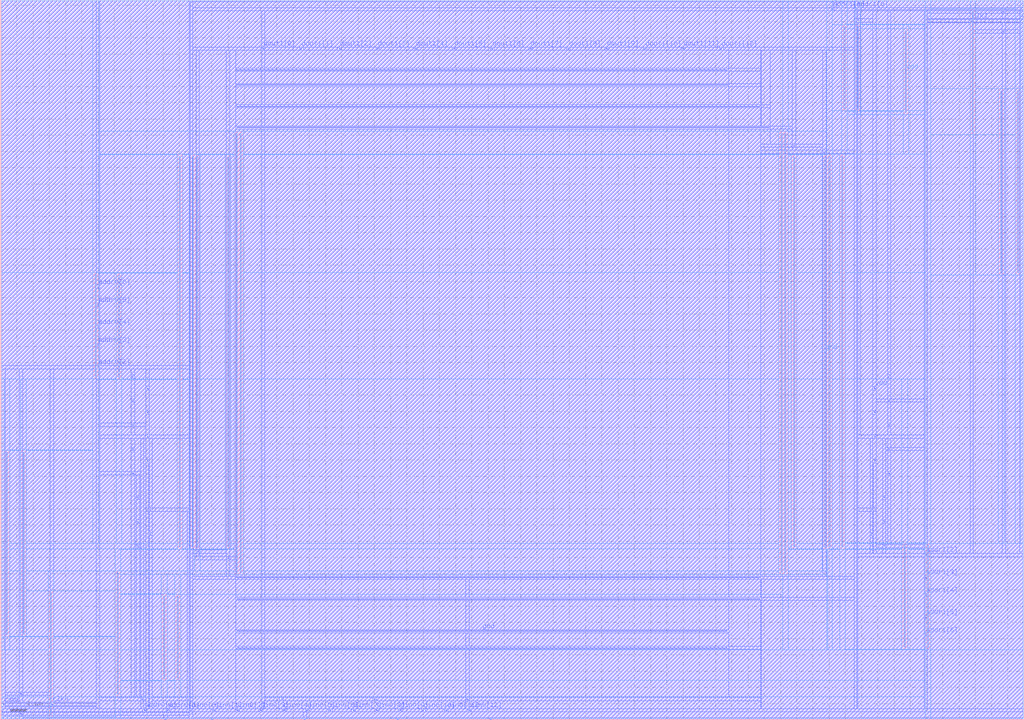
<source format=lef>
VERSION 5.4 ;
NAMESCASESENSITIVE ON ;
BUSBITCHARS "[]" ;
DIVIDERCHAR "/" ;
UNITS
  DATABASE MICRONS 2000 ;
END UNITS
MACRO freepdk45_sram_1w1r_13x128
   CLASS BLOCK ;
   SIZE 126.005 BY 88.705 ;
   SYMMETRY X Y R90 ;
   PIN din0[0]
      DIRECTION INPUT ;
      PORT
         LAYER metal3 ;
         RECT  23.36 1.105 23.495 1.24 ;
      END
   END din0[0]
   PIN din0[1]
      DIRECTION INPUT ;
      PORT
         LAYER metal3 ;
         RECT  26.22 1.105 26.355 1.24 ;
      END
   END din0[1]
   PIN din0[2]
      DIRECTION INPUT ;
      PORT
         LAYER metal3 ;
         RECT  29.08 1.105 29.215 1.24 ;
      END
   END din0[2]
   PIN din0[3]
      DIRECTION INPUT ;
      PORT
         LAYER metal3 ;
         RECT  31.94 1.105 32.075 1.24 ;
      END
   END din0[3]
   PIN din0[4]
      DIRECTION INPUT ;
      PORT
         LAYER metal3 ;
         RECT  34.8 1.105 34.935 1.24 ;
      END
   END din0[4]
   PIN din0[5]
      DIRECTION INPUT ;
      PORT
         LAYER metal3 ;
         RECT  37.66 1.105 37.795 1.24 ;
      END
   END din0[5]
   PIN din0[6]
      DIRECTION INPUT ;
      PORT
         LAYER metal3 ;
         RECT  40.52 1.105 40.655 1.24 ;
      END
   END din0[6]
   PIN din0[7]
      DIRECTION INPUT ;
      PORT
         LAYER metal3 ;
         RECT  43.38 1.105 43.515 1.24 ;
      END
   END din0[7]
   PIN din0[8]
      DIRECTION INPUT ;
      PORT
         LAYER metal3 ;
         RECT  46.24 1.105 46.375 1.24 ;
      END
   END din0[8]
   PIN din0[9]
      DIRECTION INPUT ;
      PORT
         LAYER metal3 ;
         RECT  49.1 1.105 49.235 1.24 ;
      END
   END din0[9]
   PIN din0[10]
      DIRECTION INPUT ;
      PORT
         LAYER metal3 ;
         RECT  51.96 1.105 52.095 1.24 ;
      END
   END din0[10]
   PIN din0[11]
      DIRECTION INPUT ;
      PORT
         LAYER metal3 ;
         RECT  54.82 1.105 54.955 1.24 ;
      END
   END din0[11]
   PIN din0[12]
      DIRECTION INPUT ;
      PORT
         LAYER metal3 ;
         RECT  57.68 1.105 57.815 1.24 ;
      END
   END din0[12]
   PIN addr0[0]
      DIRECTION INPUT ;
      PORT
         LAYER metal3 ;
         RECT  17.64 1.105 17.775 1.24 ;
      END
   END addr0[0]
   PIN addr0[1]
      DIRECTION INPUT ;
      PORT
         LAYER metal3 ;
         RECT  20.5 1.105 20.635 1.24 ;
      END
   END addr0[1]
   PIN addr0[2]
      DIRECTION INPUT ;
      PORT
         LAYER metal3 ;
         RECT  11.92 43.37 12.055 43.505 ;
      END
   END addr0[2]
   PIN addr0[3]
      DIRECTION INPUT ;
      PORT
         LAYER metal3 ;
         RECT  11.92 46.1 12.055 46.235 ;
      END
   END addr0[3]
   PIN addr0[4]
      DIRECTION INPUT ;
      PORT
         LAYER metal3 ;
         RECT  11.92 48.31 12.055 48.445 ;
      END
   END addr0[4]
   PIN addr0[5]
      DIRECTION INPUT ;
      PORT
         LAYER metal3 ;
         RECT  11.92 51.04 12.055 51.175 ;
      END
   END addr0[5]
   PIN addr0[6]
      DIRECTION INPUT ;
      PORT
         LAYER metal3 ;
         RECT  11.92 53.25 12.055 53.385 ;
      END
   END addr0[6]
   PIN addr1[0]
      DIRECTION INPUT ;
      PORT
         LAYER metal3 ;
         RECT  105.23 87.465 105.365 87.6 ;
      END
   END addr1[0]
   PIN addr1[1]
      DIRECTION INPUT ;
      PORT
         LAYER metal3 ;
         RECT  102.37 87.465 102.505 87.6 ;
      END
   END addr1[1]
   PIN addr1[2]
      DIRECTION INPUT ;
      PORT
         LAYER metal3 ;
         RECT  113.81 20.23 113.945 20.365 ;
      END
   END addr1[2]
   PIN addr1[3]
      DIRECTION INPUT ;
      PORT
         LAYER metal3 ;
         RECT  113.81 17.5 113.945 17.635 ;
      END
   END addr1[3]
   PIN addr1[4]
      DIRECTION INPUT ;
      PORT
         LAYER metal3 ;
         RECT  113.81 15.29 113.945 15.425 ;
      END
   END addr1[4]
   PIN addr1[5]
      DIRECTION INPUT ;
      PORT
         LAYER metal3 ;
         RECT  113.81 12.56 113.945 12.695 ;
      END
   END addr1[5]
   PIN addr1[6]
      DIRECTION INPUT ;
      PORT
         LAYER metal3 ;
         RECT  113.81 10.35 113.945 10.485 ;
      END
   END addr1[6]
   PIN csb0
      DIRECTION INPUT ;
      PORT
         LAYER metal3 ;
         RECT  0.285 1.77 0.42 1.905 ;
      END
   END csb0
   PIN csb1
      DIRECTION INPUT ;
      PORT
         LAYER metal3 ;
         RECT  125.585 86.09 125.72 86.225 ;
      END
   END csb1
   PIN clk0
      DIRECTION INPUT ;
      PORT
         LAYER metal3 ;
         RECT  6.2475 1.855 6.3825 1.99 ;
      END
   END clk0
   PIN clk1
      DIRECTION INPUT ;
      PORT
         LAYER metal3 ;
         RECT  119.4825 86.005 119.6175 86.14 ;
      END
   END clk1
   PIN dout1[0]
      DIRECTION OUTPUT ;
      PORT
         LAYER metal3 ;
         RECT  32.2525 82.5975 32.3875 82.7325 ;
      END
   END dout1[0]
   PIN dout1[1]
      DIRECTION OUTPUT ;
      PORT
         LAYER metal3 ;
         RECT  36.9525 82.5975 37.0875 82.7325 ;
      END
   END dout1[1]
   PIN dout1[2]
      DIRECTION OUTPUT ;
      PORT
         LAYER metal3 ;
         RECT  41.6525 82.5975 41.7875 82.7325 ;
      END
   END dout1[2]
   PIN dout1[3]
      DIRECTION OUTPUT ;
      PORT
         LAYER metal3 ;
         RECT  46.3525 82.5975 46.4875 82.7325 ;
      END
   END dout1[3]
   PIN dout1[4]
      DIRECTION OUTPUT ;
      PORT
         LAYER metal3 ;
         RECT  51.0525 82.5975 51.1875 82.7325 ;
      END
   END dout1[4]
   PIN dout1[5]
      DIRECTION OUTPUT ;
      PORT
         LAYER metal3 ;
         RECT  55.7525 82.5975 55.8875 82.7325 ;
      END
   END dout1[5]
   PIN dout1[6]
      DIRECTION OUTPUT ;
      PORT
         LAYER metal3 ;
         RECT  60.4525 82.5975 60.5875 82.7325 ;
      END
   END dout1[6]
   PIN dout1[7]
      DIRECTION OUTPUT ;
      PORT
         LAYER metal3 ;
         RECT  65.1525 82.5975 65.2875 82.7325 ;
      END
   END dout1[7]
   PIN dout1[8]
      DIRECTION OUTPUT ;
      PORT
         LAYER metal3 ;
         RECT  69.8525 82.5975 69.9875 82.7325 ;
      END
   END dout1[8]
   PIN dout1[9]
      DIRECTION OUTPUT ;
      PORT
         LAYER metal3 ;
         RECT  74.5525 82.5975 74.6875 82.7325 ;
      END
   END dout1[9]
   PIN dout1[10]
      DIRECTION OUTPUT ;
      PORT
         LAYER metal3 ;
         RECT  79.2525 82.5975 79.3875 82.7325 ;
      END
   END dout1[10]
   PIN dout1[11]
      DIRECTION OUTPUT ;
      PORT
         LAYER metal3 ;
         RECT  83.9525 82.5975 84.0875 82.7325 ;
      END
   END dout1[11]
   PIN dout1[12]
      DIRECTION OUTPUT ;
      PORT
         LAYER metal3 ;
         RECT  88.6525 82.5975 88.7875 82.7325 ;
      END
   END dout1[12]
   PIN vdd
      DIRECTION INOUT ;
      USE POWER ; 
      SHAPE ABUTMENT ; 
      PORT
         LAYER metal4 ;
         RECT  114.09 8.9175 114.23 21.4725 ;
         LAYER metal3 ;
         RECT  18.0175 34.79 18.1525 34.925 ;
         LAYER metal3 ;
         RECT  29.0675 17.4675 93.4525 17.5375 ;
         LAYER metal4 ;
         RECT  11.635 42.2625 11.775 54.8175 ;
         LAYER metal3 ;
         RECT  18.0175 37.78 18.1525 37.915 ;
         LAYER metal3 ;
         RECT  27.9225 19.84 28.0575 19.975 ;
         LAYER metal3 ;
         RECT  18.0175 31.8 18.1525 31.935 ;
         LAYER metal3 ;
         RECT  123.445 84.725 123.58 84.86 ;
         LAYER metal4 ;
         RECT  101.96 21.3325 102.1 69.3825 ;
         LAYER metal3 ;
         RECT  57.3975 2.47 57.5325 2.605 ;
         LAYER metal3 ;
         RECT  18.3625 25.82 18.4975 25.955 ;
         LAYER metal4 ;
         RECT  97.61 21.3325 97.75 69.3125 ;
         LAYER metal4 ;
         RECT  14.355 3.1325 14.495 18.0925 ;
         LAYER metal4 ;
         RECT  96.53 18.1625 96.67 72.2325 ;
         LAYER metal3 ;
         RECT  29.0675 80.04 89.4575 80.11 ;
         LAYER metal3 ;
         RECT  107.5175 34.79 107.6525 34.925 ;
         LAYER metal4 ;
         RECT  103.805 75.32 103.945 85.34 ;
         LAYER metal3 ;
         RECT  45.9575 2.47 46.0925 2.605 ;
         LAYER metal3 ;
         RECT  34.5175 2.47 34.6525 2.605 ;
         LAYER metal3 ;
         RECT  101.345 69.8825 101.48 70.0175 ;
         LAYER metal3 ;
         RECT  18.3625 22.83 18.4975 22.965 ;
         LAYER metal3 ;
         RECT  97.6125 70.67 97.7475 70.805 ;
         LAYER metal3 ;
         RECT  23.0775 2.47 23.2125 2.605 ;
         LAYER metal4 ;
         RECT  0.6875 10.51 0.8275 32.9125 ;
         LAYER metal4 ;
         RECT  23.57 21.3325 23.71 69.3825 ;
         LAYER metal4 ;
         RECT  125.1775 55.0825 125.3175 77.485 ;
         LAYER metal3 ;
         RECT  24.19 20.6275 24.325 20.7625 ;
         LAYER metal3 ;
         RECT  17.3575 2.47 17.4925 2.605 ;
         LAYER metal3 ;
         RECT  107.5175 31.8 107.6525 31.935 ;
         LAYER metal3 ;
         RECT  107.1725 25.82 107.3075 25.955 ;
         LAYER metal3 ;
         RECT  107.5175 37.78 107.6525 37.915 ;
         LAYER metal3 ;
         RECT  29.0675 72.9275 94.6275 72.9975 ;
         LAYER metal3 ;
         RECT  2.425 3.135 2.56 3.27 ;
         LAYER metal4 ;
         RECT  27.92 21.3325 28.06 69.3125 ;
         LAYER metal4 ;
         RECT  21.725 5.125 21.865 15.145 ;
         LAYER metal4 ;
         RECT  29.0 18.1625 29.14 72.2325 ;
         LAYER metal3 ;
         RECT  105.5125 86.1 105.6475 86.235 ;
         LAYER metal3 ;
         RECT  18.0175 40.77 18.1525 40.905 ;
         LAYER metal3 ;
         RECT  107.1725 22.83 107.3075 22.965 ;
         LAYER metal4 ;
         RECT  111.37 74.8425 111.51 84.8625 ;
         LAYER metal3 ;
         RECT  29.0675 8.8175 89.4575 8.8875 ;
         LAYER metal3 ;
         RECT  107.5175 40.77 107.6525 40.905 ;
      END
   END vdd
   PIN gnd
      DIRECTION INOUT ;
      USE GROUND ; 
      SHAPE ABUTMENT ; 
      PORT
         LAYER metal4 ;
         RECT  29.46 18.1625 29.6 72.2325 ;
         LAYER metal3 ;
         RECT  16.21 30.305 16.345 30.44 ;
         LAYER metal3 ;
         RECT  16.21 36.285 16.345 36.42 ;
         LAYER metal4 ;
         RECT  24.13 21.3 24.27 69.345 ;
         LAYER metal4 ;
         RECT  2.75 10.5425 2.89 32.945 ;
         LAYER metal3 ;
         RECT  108.7 21.335 108.835 21.47 ;
         LAYER metal4 ;
         RECT  14.495 42.1975 14.635 54.7525 ;
         LAYER metal3 ;
         RECT  123.445 87.195 123.58 87.33 ;
         LAYER metal3 ;
         RECT  16.21 42.265 16.345 42.4 ;
         LAYER metal3 ;
         RECT  29.0675 75.5475 93.485 75.6175 ;
         LAYER metal3 ;
         RECT  16.21 39.275 16.345 39.41 ;
         LAYER metal3 ;
         RECT  37.3775 0.0 37.5125 0.135 ;
         LAYER metal3 ;
         RECT  60.2575 0.0 60.3925 0.135 ;
         LAYER metal3 ;
         RECT  16.835 21.335 16.97 21.47 ;
         LAYER metal4 ;
         RECT  21.98 21.3 22.12 69.3825 ;
         LAYER metal4 ;
         RECT  6.105 0.6625 6.245 15.6225 ;
         LAYER metal4 ;
         RECT  103.55 21.3 103.69 69.3825 ;
         LAYER metal3 ;
         RECT  2.425 0.665 2.56 0.8 ;
         LAYER metal3 ;
         RECT  16.21 33.295 16.345 33.43 ;
         LAYER metal4 ;
         RECT  119.62 72.3725 119.76 87.3325 ;
         LAYER metal3 ;
         RECT  108.7 27.315 108.835 27.45 ;
         LAYER metal4 ;
         RECT  96.07 18.1625 96.21 72.2325 ;
         LAYER metal3 ;
         RECT  25.9375 0.0 26.0725 0.135 ;
         LAYER metal4 ;
         RECT  105.4675 75.2525 105.6075 85.4075 ;
         LAYER metal4 ;
         RECT  111.23 8.9825 111.37 21.5375 ;
         LAYER metal3 ;
         RECT  109.325 33.295 109.46 33.43 ;
         LAYER metal3 ;
         RECT  20.2175 0.0 20.3525 0.135 ;
         LAYER metal3 ;
         RECT  29.0675 78.1475 89.4925 78.2175 ;
         LAYER metal3 ;
         RECT  48.8175 0.0 48.9525 0.135 ;
         LAYER metal3 ;
         RECT  108.7 24.325 108.835 24.46 ;
         LAYER metal3 ;
         RECT  16.835 24.325 16.97 24.46 ;
         LAYER metal3 ;
         RECT  109.325 39.275 109.46 39.41 ;
         LAYER metal3 ;
         RECT  16.835 27.315 16.97 27.45 ;
         LAYER metal3 ;
         RECT  109.325 30.305 109.46 30.44 ;
         LAYER metal3 ;
         RECT  109.325 42.265 109.46 42.4 ;
         LAYER metal3 ;
         RECT  109.325 36.285 109.46 36.42 ;
         LAYER metal3 ;
         RECT  102.6525 88.57 102.7875 88.705 ;
         LAYER metal3 ;
         RECT  29.0675 14.8475 93.485 14.9175 ;
         LAYER metal3 ;
         RECT  29.0675 10.8675 89.4575 10.9375 ;
         LAYER metal4 ;
         RECT  20.0625 5.0575 20.2025 15.2125 ;
         LAYER metal4 ;
         RECT  123.115 55.05 123.255 77.4525 ;
         LAYER metal4 ;
         RECT  101.4 21.3 101.54 69.345 ;
      END
   END gnd
   OBS
   LAYER  metal1 ;
      RECT  0.14 0.14 125.865 88.565 ;
   LAYER  metal2 ;
      RECT  0.14 0.14 125.865 88.565 ;
   LAYER  metal3 ;
      RECT  23.22 0.14 23.635 0.965 ;
      RECT  23.635 0.965 26.08 1.38 ;
      RECT  26.495 0.965 28.94 1.38 ;
      RECT  29.355 0.965 31.8 1.38 ;
      RECT  32.215 0.965 34.66 1.38 ;
      RECT  35.075 0.965 37.52 1.38 ;
      RECT  37.935 0.965 40.38 1.38 ;
      RECT  40.795 0.965 43.24 1.38 ;
      RECT  43.655 0.965 46.1 1.38 ;
      RECT  46.515 0.965 48.96 1.38 ;
      RECT  49.375 0.965 51.82 1.38 ;
      RECT  52.235 0.965 54.68 1.38 ;
      RECT  55.095 0.965 57.54 1.38 ;
      RECT  57.955 0.965 125.865 1.38 ;
      RECT  0.14 0.965 17.5 1.38 ;
      RECT  17.915 0.965 20.36 1.38 ;
      RECT  20.775 0.965 23.22 1.38 ;
      RECT  0.14 43.23 11.78 43.645 ;
      RECT  0.14 43.645 11.78 88.565 ;
      RECT  11.78 1.38 12.195 43.23 ;
      RECT  12.195 43.23 23.22 43.645 ;
      RECT  12.195 43.645 23.22 88.565 ;
      RECT  11.78 43.645 12.195 45.96 ;
      RECT  11.78 46.375 12.195 48.17 ;
      RECT  11.78 48.585 12.195 50.9 ;
      RECT  11.78 51.315 12.195 53.11 ;
      RECT  11.78 53.525 12.195 88.565 ;
      RECT  105.09 87.74 105.505 88.565 ;
      RECT  105.505 87.74 125.865 88.565 ;
      RECT  23.635 87.325 102.23 87.74 ;
      RECT  102.645 87.325 105.09 87.74 ;
      RECT  105.505 1.38 113.67 20.09 ;
      RECT  105.505 20.09 113.67 20.505 ;
      RECT  113.67 20.505 114.085 87.325 ;
      RECT  114.085 1.38 125.865 20.09 ;
      RECT  114.085 20.09 125.865 20.505 ;
      RECT  113.67 17.775 114.085 20.09 ;
      RECT  113.67 15.565 114.085 17.36 ;
      RECT  113.67 12.835 114.085 15.15 ;
      RECT  113.67 1.38 114.085 10.21 ;
      RECT  113.67 10.625 114.085 12.42 ;
      RECT  0.14 1.38 0.145 1.63 ;
      RECT  0.14 1.63 0.145 2.045 ;
      RECT  0.14 2.045 0.145 43.23 ;
      RECT  0.145 1.38 0.56 1.63 ;
      RECT  0.145 2.045 0.56 43.23 ;
      RECT  0.56 1.38 11.78 1.63 ;
      RECT  125.445 20.505 125.86 85.95 ;
      RECT  125.445 86.365 125.86 87.325 ;
      RECT  125.86 20.505 125.865 85.95 ;
      RECT  125.86 85.95 125.865 86.365 ;
      RECT  125.86 86.365 125.865 87.325 ;
      RECT  0.56 1.63 6.1075 1.715 ;
      RECT  0.56 1.715 6.1075 2.045 ;
      RECT  6.1075 1.63 6.5225 1.715 ;
      RECT  6.5225 1.63 11.78 1.715 ;
      RECT  6.5225 1.715 11.78 2.045 ;
      RECT  0.56 2.045 6.1075 2.13 ;
      RECT  6.1075 2.13 6.5225 43.23 ;
      RECT  6.5225 2.045 11.78 2.13 ;
      RECT  6.5225 2.13 11.78 43.23 ;
      RECT  114.085 20.505 119.3425 85.865 ;
      RECT  114.085 85.865 119.3425 85.95 ;
      RECT  119.3425 20.505 119.7575 85.865 ;
      RECT  119.7575 85.865 125.445 85.95 ;
      RECT  114.085 85.95 119.3425 86.28 ;
      RECT  114.085 86.28 119.3425 86.365 ;
      RECT  119.3425 86.28 119.7575 86.365 ;
      RECT  119.7575 85.95 125.445 86.28 ;
      RECT  119.7575 86.28 125.445 86.365 ;
      RECT  23.635 82.4575 32.1125 82.8725 ;
      RECT  23.635 82.8725 32.1125 87.325 ;
      RECT  32.1125 82.8725 32.5275 87.325 ;
      RECT  32.5275 82.8725 105.09 87.325 ;
      RECT  32.5275 82.4575 36.8125 82.8725 ;
      RECT  37.2275 82.4575 41.5125 82.8725 ;
      RECT  41.9275 82.4575 46.2125 82.8725 ;
      RECT  46.6275 82.4575 50.9125 82.8725 ;
      RECT  51.3275 82.4575 55.6125 82.8725 ;
      RECT  56.0275 82.4575 60.3125 82.8725 ;
      RECT  60.7275 82.4575 65.0125 82.8725 ;
      RECT  65.4275 82.4575 69.7125 82.8725 ;
      RECT  70.1275 82.4575 74.4125 82.8725 ;
      RECT  74.8275 82.4575 79.1125 82.8725 ;
      RECT  79.5275 82.4575 83.8125 82.8725 ;
      RECT  84.2275 82.4575 88.5125 82.8725 ;
      RECT  88.9275 82.4575 105.09 82.8725 ;
      RECT  12.195 34.65 17.8775 35.065 ;
      RECT  18.2925 34.65 23.22 35.065 ;
      RECT  18.2925 35.065 23.22 43.23 ;
      RECT  23.635 1.38 28.9275 17.3275 ;
      RECT  23.635 17.3275 28.9275 17.6775 ;
      RECT  93.5925 17.3275 105.09 17.6775 ;
      RECT  17.8775 35.065 18.2925 37.64 ;
      RECT  23.635 17.6775 27.7825 19.7 ;
      RECT  23.635 19.7 27.7825 20.115 ;
      RECT  27.7825 17.6775 28.1975 19.7 ;
      RECT  27.7825 20.115 28.1975 82.4575 ;
      RECT  28.1975 17.6775 28.9275 19.7 ;
      RECT  28.1975 19.7 28.9275 20.115 ;
      RECT  28.1975 20.115 28.9275 82.4575 ;
      RECT  17.8775 32.075 18.2925 34.65 ;
      RECT  119.7575 20.505 123.305 84.585 ;
      RECT  119.7575 84.585 123.305 85.0 ;
      RECT  119.7575 85.0 123.305 85.865 ;
      RECT  123.305 20.505 123.72 84.585 ;
      RECT  123.305 85.0 123.72 85.865 ;
      RECT  123.72 20.505 125.445 84.585 ;
      RECT  123.72 84.585 125.445 85.0 ;
      RECT  123.72 85.0 125.445 85.865 ;
      RECT  32.5275 1.38 57.2575 2.33 ;
      RECT  57.2575 1.38 57.6725 2.33 ;
      RECT  57.6725 1.38 93.5925 2.33 ;
      RECT  57.6725 2.33 93.5925 2.745 ;
      RECT  18.2925 26.095 18.6375 34.65 ;
      RECT  18.6375 25.68 23.22 26.095 ;
      RECT  18.6375 26.095 23.22 34.65 ;
      RECT  17.8775 1.38 18.2225 25.68 ;
      RECT  17.8775 25.68 18.2225 26.095 ;
      RECT  17.8775 26.095 18.2225 31.66 ;
      RECT  18.2225 26.095 18.2925 31.66 ;
      RECT  28.9275 80.25 32.1125 82.4575 ;
      RECT  32.1125 80.25 32.5275 82.4575 ;
      RECT  32.5275 80.25 89.5975 82.4575 ;
      RECT  89.5975 79.9 93.5925 80.25 ;
      RECT  89.5975 80.25 93.5925 82.4575 ;
      RECT  105.505 34.65 107.3775 35.065 ;
      RECT  107.7925 34.65 113.67 35.065 ;
      RECT  46.2325 2.33 57.2575 2.745 ;
      RECT  32.5275 2.33 34.3775 2.745 ;
      RECT  34.7925 2.33 45.8175 2.745 ;
      RECT  93.5925 17.6775 101.205 69.7425 ;
      RECT  93.5925 69.7425 101.205 70.1575 ;
      RECT  101.205 17.6775 101.62 69.7425 ;
      RECT  101.205 70.1575 101.62 82.4575 ;
      RECT  101.62 17.6775 105.09 69.7425 ;
      RECT  101.62 69.7425 105.09 70.1575 ;
      RECT  101.62 70.1575 105.09 82.4575 ;
      RECT  18.2925 1.38 18.6375 22.69 ;
      RECT  18.2925 23.105 18.6375 25.68 ;
      RECT  18.2225 1.38 18.2925 22.69 ;
      RECT  18.2225 23.105 18.2925 25.68 ;
      RECT  93.5925 70.1575 97.4725 70.53 ;
      RECT  93.5925 70.53 97.4725 70.945 ;
      RECT  97.4725 70.1575 97.8875 70.53 ;
      RECT  97.4725 70.945 97.8875 82.4575 ;
      RECT  97.8875 70.1575 101.205 70.53 ;
      RECT  97.8875 70.53 101.205 70.945 ;
      RECT  97.8875 70.945 101.205 82.4575 ;
      RECT  23.22 1.38 23.3525 2.33 ;
      RECT  23.22 2.745 23.3525 88.565 ;
      RECT  23.3525 1.38 23.635 2.33 ;
      RECT  23.3525 2.33 23.635 2.745 ;
      RECT  23.3525 2.745 23.635 88.565 ;
      RECT  18.6375 1.38 22.9375 2.33 ;
      RECT  18.6375 2.33 22.9375 2.745 ;
      RECT  18.6375 2.745 22.9375 25.68 ;
      RECT  22.9375 1.38 23.22 2.33 ;
      RECT  22.9375 2.745 23.22 25.68 ;
      RECT  23.635 20.115 24.05 20.4875 ;
      RECT  23.635 20.4875 24.05 20.9025 ;
      RECT  23.635 20.9025 24.05 82.4575 ;
      RECT  24.05 20.115 24.465 20.4875 ;
      RECT  24.05 20.9025 24.465 82.4575 ;
      RECT  24.465 20.115 27.7825 20.4875 ;
      RECT  24.465 20.4875 27.7825 20.9025 ;
      RECT  24.465 20.9025 27.7825 82.4575 ;
      RECT  12.195 1.38 17.2175 2.33 ;
      RECT  12.195 2.33 17.2175 2.745 ;
      RECT  17.2175 1.38 17.6325 2.33 ;
      RECT  17.2175 2.745 17.6325 34.65 ;
      RECT  17.6325 1.38 17.8775 2.33 ;
      RECT  17.6325 2.33 17.8775 2.745 ;
      RECT  17.6325 2.745 17.8775 34.65 ;
      RECT  107.3775 32.075 107.7925 34.65 ;
      RECT  105.505 20.505 107.0325 25.68 ;
      RECT  105.505 25.68 107.0325 26.095 ;
      RECT  105.505 26.095 107.0325 34.65 ;
      RECT  107.0325 26.095 107.3775 34.65 ;
      RECT  107.3775 26.095 107.4475 31.66 ;
      RECT  107.4475 20.505 107.7925 25.68 ;
      RECT  107.4475 25.68 107.7925 26.095 ;
      RECT  107.4475 26.095 107.7925 31.66 ;
      RECT  107.3775 35.065 107.7925 37.64 ;
      RECT  28.9275 17.6775 32.1125 72.7875 ;
      RECT  32.1125 17.6775 32.5275 72.7875 ;
      RECT  32.5275 17.6775 89.5975 72.7875 ;
      RECT  89.5975 17.6775 93.5925 72.7875 ;
      RECT  93.5925 70.945 94.7675 72.7875 ;
      RECT  94.7675 70.945 97.4725 72.7875 ;
      RECT  94.7675 72.7875 97.4725 73.1375 ;
      RECT  94.7675 73.1375 97.4725 82.4575 ;
      RECT  0.56 2.13 2.285 2.995 ;
      RECT  0.56 2.995 2.285 3.41 ;
      RECT  0.56 3.41 2.285 43.23 ;
      RECT  2.285 2.13 2.7 2.995 ;
      RECT  2.285 3.41 2.7 43.23 ;
      RECT  2.7 2.13 6.1075 2.995 ;
      RECT  2.7 2.995 6.1075 3.41 ;
      RECT  2.7 3.41 6.1075 43.23 ;
      RECT  105.09 1.38 105.3725 85.96 ;
      RECT  105.09 85.96 105.3725 86.375 ;
      RECT  105.09 86.375 105.3725 87.325 ;
      RECT  105.3725 1.38 105.505 85.96 ;
      RECT  105.3725 86.375 105.505 87.325 ;
      RECT  105.505 35.065 105.7875 85.96 ;
      RECT  105.505 86.375 105.7875 87.325 ;
      RECT  105.7875 35.065 107.3775 85.96 ;
      RECT  105.7875 85.96 107.3775 86.375 ;
      RECT  105.7875 86.375 107.3775 87.325 ;
      RECT  17.8775 38.055 18.2925 40.63 ;
      RECT  17.8775 41.045 18.2925 43.23 ;
      RECT  107.0325 20.505 107.3775 22.69 ;
      RECT  107.0325 23.105 107.3775 25.68 ;
      RECT  107.3775 20.505 107.4475 22.69 ;
      RECT  107.3775 23.105 107.4475 25.68 ;
      RECT  28.9275 1.38 32.1125 8.6775 ;
      RECT  32.1125 1.38 32.5275 8.6775 ;
      RECT  32.5275 2.745 57.2575 8.6775 ;
      RECT  57.2575 2.745 57.6725 8.6775 ;
      RECT  57.6725 2.745 89.5975 8.6775 ;
      RECT  89.5975 2.745 93.5925 8.6775 ;
      RECT  89.5975 8.6775 93.5925 9.0275 ;
      RECT  107.3775 38.055 107.7925 40.63 ;
      RECT  107.3775 41.045 107.7925 87.325 ;
      RECT  12.195 2.745 16.07 30.165 ;
      RECT  12.195 30.165 16.07 30.58 ;
      RECT  12.195 30.58 16.07 34.65 ;
      RECT  16.07 2.745 16.485 30.165 ;
      RECT  16.485 30.165 17.2175 30.58 ;
      RECT  16.485 30.58 17.2175 34.65 ;
      RECT  12.195 35.065 16.07 36.145 ;
      RECT  12.195 36.145 16.07 36.56 ;
      RECT  12.195 36.56 16.07 43.23 ;
      RECT  16.07 35.065 16.485 36.145 ;
      RECT  16.485 35.065 17.8775 36.145 ;
      RECT  16.485 36.145 17.8775 36.56 ;
      RECT  16.485 36.56 17.8775 43.23 ;
      RECT  107.7925 20.505 108.56 21.195 ;
      RECT  107.7925 21.195 108.56 21.61 ;
      RECT  107.7925 21.61 108.56 34.65 ;
      RECT  108.56 20.505 108.975 21.195 ;
      RECT  108.975 20.505 113.67 21.195 ;
      RECT  108.975 21.195 113.67 21.61 ;
      RECT  105.505 87.325 123.305 87.47 ;
      RECT  105.505 87.47 123.305 87.74 ;
      RECT  123.305 87.47 123.72 87.74 ;
      RECT  123.72 87.325 125.865 87.47 ;
      RECT  123.72 87.47 125.865 87.74 ;
      RECT  114.085 86.365 123.305 87.055 ;
      RECT  114.085 87.055 123.305 87.325 ;
      RECT  123.305 86.365 123.72 87.055 ;
      RECT  123.72 86.365 125.445 87.055 ;
      RECT  123.72 87.055 125.445 87.325 ;
      RECT  16.07 42.54 16.485 43.23 ;
      RECT  28.9275 73.1375 32.1125 75.4075 ;
      RECT  32.1125 73.1375 32.5275 75.4075 ;
      RECT  32.5275 73.1375 89.5975 75.4075 ;
      RECT  89.5975 73.1375 93.5925 75.4075 ;
      RECT  93.5925 73.1375 93.625 75.4075 ;
      RECT  93.5925 75.7575 93.625 82.4575 ;
      RECT  93.625 73.1375 94.7675 75.4075 ;
      RECT  93.625 75.4075 94.7675 75.7575 ;
      RECT  93.625 75.7575 94.7675 82.4575 ;
      RECT  16.07 36.56 16.485 39.135 ;
      RECT  16.07 39.55 16.485 42.125 ;
      RECT  23.635 0.275 37.2375 0.965 ;
      RECT  37.2375 0.275 37.6525 0.965 ;
      RECT  37.6525 0.275 125.865 0.965 ;
      RECT  60.5325 0.14 125.865 0.275 ;
      RECT  16.485 2.745 16.695 21.195 ;
      RECT  16.485 21.195 16.695 21.61 ;
      RECT  16.485 21.61 16.695 30.165 ;
      RECT  16.695 2.745 17.11 21.195 ;
      RECT  17.11 2.745 17.2175 21.195 ;
      RECT  17.11 21.195 17.2175 21.61 ;
      RECT  17.11 21.61 17.2175 30.165 ;
      RECT  0.14 0.14 2.285 0.525 ;
      RECT  0.14 0.525 2.285 0.94 ;
      RECT  0.14 0.94 2.285 0.965 ;
      RECT  2.285 0.14 2.7 0.525 ;
      RECT  2.285 0.94 2.7 0.965 ;
      RECT  2.7 0.525 23.22 0.94 ;
      RECT  2.7 0.94 23.22 0.965 ;
      RECT  16.07 30.58 16.485 33.155 ;
      RECT  16.07 33.57 16.485 34.65 ;
      RECT  108.56 27.59 108.975 34.65 ;
      RECT  23.635 0.14 25.7975 0.275 ;
      RECT  26.2125 0.14 37.2375 0.275 ;
      RECT  108.975 21.61 109.185 33.155 ;
      RECT  108.975 33.155 109.185 33.57 ;
      RECT  108.975 33.57 109.185 34.65 ;
      RECT  109.185 33.57 109.6 34.65 ;
      RECT  109.6 21.61 113.67 33.155 ;
      RECT  109.6 33.155 113.67 33.57 ;
      RECT  109.6 33.57 113.67 34.65 ;
      RECT  2.7 0.14 20.0775 0.275 ;
      RECT  2.7 0.275 20.0775 0.525 ;
      RECT  20.0775 0.275 20.4925 0.525 ;
      RECT  20.4925 0.14 23.22 0.275 ;
      RECT  20.4925 0.275 23.22 0.525 ;
      RECT  28.9275 75.7575 32.1125 78.0075 ;
      RECT  28.9275 78.3575 32.1125 79.9 ;
      RECT  32.1125 75.7575 32.5275 78.0075 ;
      RECT  32.1125 78.3575 32.5275 79.9 ;
      RECT  32.5275 75.7575 89.5975 78.0075 ;
      RECT  32.5275 78.3575 89.5975 79.9 ;
      RECT  89.5975 75.7575 89.6325 78.0075 ;
      RECT  89.5975 78.3575 89.6325 79.9 ;
      RECT  89.6325 75.7575 93.5925 78.0075 ;
      RECT  89.6325 78.0075 93.5925 78.3575 ;
      RECT  89.6325 78.3575 93.5925 79.9 ;
      RECT  37.6525 0.14 48.6775 0.275 ;
      RECT  49.0925 0.14 60.1175 0.275 ;
      RECT  108.56 21.61 108.975 24.185 ;
      RECT  108.56 24.6 108.975 27.175 ;
      RECT  16.695 21.61 17.11 24.185 ;
      RECT  107.7925 35.065 109.185 39.135 ;
      RECT  107.7925 39.135 109.185 39.55 ;
      RECT  107.7925 39.55 109.185 87.325 ;
      RECT  109.6 35.065 113.67 39.135 ;
      RECT  109.6 39.135 113.67 39.55 ;
      RECT  109.6 39.55 113.67 87.325 ;
      RECT  16.695 24.6 17.11 27.175 ;
      RECT  16.695 27.59 17.11 30.165 ;
      RECT  109.185 21.61 109.6 30.165 ;
      RECT  109.185 30.58 109.6 33.155 ;
      RECT  109.185 39.55 109.6 42.125 ;
      RECT  109.185 42.54 109.6 87.325 ;
      RECT  109.185 35.065 109.6 36.145 ;
      RECT  109.185 36.56 109.6 39.135 ;
      RECT  23.635 87.74 102.5125 88.43 ;
      RECT  23.635 88.43 102.5125 88.565 ;
      RECT  102.5125 87.74 102.9275 88.43 ;
      RECT  102.9275 87.74 105.09 88.43 ;
      RECT  102.9275 88.43 105.09 88.565 ;
      RECT  93.5925 1.38 93.625 14.7075 ;
      RECT  93.5925 15.0575 93.625 17.3275 ;
      RECT  93.625 1.38 105.09 14.7075 ;
      RECT  93.625 14.7075 105.09 15.0575 ;
      RECT  93.625 15.0575 105.09 17.3275 ;
      RECT  28.9275 15.0575 32.1125 17.3275 ;
      RECT  32.1125 15.0575 32.5275 17.3275 ;
      RECT  32.5275 15.0575 57.2575 17.3275 ;
      RECT  57.2575 15.0575 57.6725 17.3275 ;
      RECT  57.6725 15.0575 89.5975 17.3275 ;
      RECT  89.5975 9.0275 93.5925 14.7075 ;
      RECT  89.5975 15.0575 93.5925 17.3275 ;
      RECT  28.9275 9.0275 32.1125 10.7275 ;
      RECT  28.9275 11.0775 32.1125 14.7075 ;
      RECT  32.1125 9.0275 32.5275 10.7275 ;
      RECT  32.1125 11.0775 32.5275 14.7075 ;
      RECT  32.5275 9.0275 57.2575 10.7275 ;
      RECT  32.5275 11.0775 57.2575 14.7075 ;
      RECT  57.2575 9.0275 57.6725 10.7275 ;
      RECT  57.2575 11.0775 57.6725 14.7075 ;
      RECT  57.6725 9.0275 89.5975 10.7275 ;
      RECT  57.6725 11.0775 89.5975 14.7075 ;
   LAYER  metal4 ;
      RECT  113.81 0.14 114.51 8.6375 ;
      RECT  113.81 21.7525 114.51 88.565 ;
      RECT  114.51 0.14 125.865 8.6375 ;
      RECT  114.51 8.6375 125.865 21.7525 ;
      RECT  0.14 41.9825 11.355 55.0975 ;
      RECT  0.14 55.0975 11.355 88.565 ;
      RECT  11.355 21.7525 12.055 41.9825 ;
      RECT  11.355 55.0975 12.055 88.565 ;
      RECT  101.68 69.6625 102.38 88.565 ;
      RECT  97.33 69.5925 98.03 69.6625 ;
      RECT  14.075 0.14 14.775 2.8525 ;
      RECT  14.775 0.14 113.81 2.8525 ;
      RECT  14.075 18.3725 14.775 21.0525 ;
      RECT  12.055 72.5125 96.25 88.565 ;
      RECT  96.25 72.5125 96.95 88.565 ;
      RECT  96.95 69.6625 101.68 72.5125 ;
      RECT  96.95 72.5125 101.68 88.565 ;
      RECT  96.95 21.0525 97.33 21.7525 ;
      RECT  96.95 21.7525 97.33 41.9825 ;
      RECT  96.95 41.9825 97.33 55.0975 ;
      RECT  96.95 55.0975 97.33 69.5925 ;
      RECT  96.95 69.5925 97.33 69.6625 ;
      RECT  96.25 8.6375 96.95 17.8825 ;
      RECT  96.95 8.6375 101.68 17.8825 ;
      RECT  96.95 17.8825 101.68 18.3725 ;
      RECT  102.38 69.6625 103.525 75.04 ;
      RECT  102.38 75.04 103.525 85.62 ;
      RECT  102.38 85.62 103.525 88.565 ;
      RECT  103.525 69.6625 104.225 75.04 ;
      RECT  103.525 85.62 104.225 88.565 ;
      RECT  0.14 21.7525 0.4075 33.1925 ;
      RECT  0.14 33.1925 0.4075 41.9825 ;
      RECT  0.4075 33.1925 1.1075 41.9825 ;
      RECT  0.14 8.6375 0.4075 10.23 ;
      RECT  0.14 10.23 0.4075 18.3725 ;
      RECT  0.4075 8.6375 1.1075 10.23 ;
      RECT  0.14 18.3725 0.4075 21.0525 ;
      RECT  0.14 21.0525 0.4075 21.7525 ;
      RECT  124.8975 21.7525 125.5975 54.8025 ;
      RECT  124.8975 77.765 125.5975 88.565 ;
      RECT  125.5975 21.7525 125.865 54.8025 ;
      RECT  125.5975 54.8025 125.865 77.765 ;
      RECT  125.5975 77.765 125.865 88.565 ;
      RECT  21.445 2.8525 22.145 4.845 ;
      RECT  22.145 2.8525 113.81 4.845 ;
      RECT  22.145 4.845 113.81 8.6375 ;
      RECT  21.445 15.425 22.145 17.8825 ;
      RECT  22.145 8.6375 96.25 15.425 ;
      RECT  22.145 15.425 96.25 17.8825 ;
      RECT  12.055 69.6625 28.72 72.5125 ;
      RECT  14.775 17.8825 28.72 18.3725 ;
      RECT  28.34 21.7525 28.72 41.9825 ;
      RECT  28.34 41.9825 28.72 55.0975 ;
      RECT  28.34 55.0975 28.72 69.5925 ;
      RECT  28.34 21.0525 28.72 21.7525 ;
      RECT  104.225 69.6625 111.09 74.5625 ;
      RECT  111.09 69.6625 111.79 74.5625 ;
      RECT  111.79 69.6625 113.81 74.5625 ;
      RECT  111.79 74.5625 113.81 75.04 ;
      RECT  111.09 85.1425 111.79 85.62 ;
      RECT  111.79 75.04 113.81 85.1425 ;
      RECT  111.79 85.1425 113.81 85.62 ;
      RECT  24.55 21.7525 27.64 41.9825 ;
      RECT  24.55 41.9825 27.64 55.0975 ;
      RECT  24.55 55.0975 27.64 69.5925 ;
      RECT  24.55 21.0525 27.64 21.7525 ;
      RECT  14.775 18.3725 23.85 21.02 ;
      RECT  23.85 18.3725 24.55 21.02 ;
      RECT  24.55 18.3725 28.72 21.02 ;
      RECT  24.55 21.02 28.72 21.0525 ;
      RECT  23.99 69.625 24.55 69.6625 ;
      RECT  24.55 69.5925 28.72 69.625 ;
      RECT  24.55 69.625 28.72 69.6625 ;
      RECT  1.1075 21.7525 2.47 33.1925 ;
      RECT  3.17 21.7525 11.355 33.1925 ;
      RECT  1.1075 33.1925 2.47 33.225 ;
      RECT  1.1075 33.225 2.47 41.9825 ;
      RECT  2.47 33.225 3.17 41.9825 ;
      RECT  3.17 33.1925 11.355 33.225 ;
      RECT  3.17 33.225 11.355 41.9825 ;
      RECT  1.1075 10.23 2.47 10.2625 ;
      RECT  1.1075 10.2625 2.47 18.3725 ;
      RECT  2.47 10.23 3.17 10.2625 ;
      RECT  1.1075 18.3725 2.47 21.0525 ;
      RECT  3.17 18.3725 14.075 21.0525 ;
      RECT  1.1075 21.0525 2.47 21.7525 ;
      RECT  12.055 21.7525 14.215 41.9175 ;
      RECT  12.055 41.9175 14.215 41.9825 ;
      RECT  14.215 21.7525 14.915 41.9175 ;
      RECT  12.055 41.9825 14.215 55.0325 ;
      RECT  12.055 55.0325 14.215 55.0975 ;
      RECT  14.215 55.0325 14.915 55.0975 ;
      RECT  12.055 55.0975 21.7 69.5925 ;
      RECT  22.4 55.0975 23.29 69.5925 ;
      RECT  12.055 69.5925 21.7 69.6625 ;
      RECT  22.4 69.5925 23.29 69.6625 ;
      RECT  14.775 21.02 21.7 21.0525 ;
      RECT  22.4 21.02 23.85 21.0525 ;
      RECT  3.17 21.0525 21.7 21.7525 ;
      RECT  22.4 21.0525 23.29 21.7525 ;
      RECT  14.915 21.7525 21.7 41.9175 ;
      RECT  22.4 21.7525 23.29 41.9175 ;
      RECT  14.915 41.9175 21.7 41.9825 ;
      RECT  22.4 41.9175 23.29 41.9825 ;
      RECT  14.915 41.9825 21.7 55.0325 ;
      RECT  22.4 41.9825 23.29 55.0325 ;
      RECT  14.915 55.0325 21.7 55.0975 ;
      RECT  22.4 55.0325 23.29 55.0975 ;
      RECT  0.14 0.14 5.825 0.3825 ;
      RECT  0.14 0.3825 5.825 2.8525 ;
      RECT  5.825 0.14 6.525 0.3825 ;
      RECT  6.525 0.14 14.075 0.3825 ;
      RECT  6.525 0.3825 14.075 2.8525 ;
      RECT  0.14 2.8525 5.825 8.6375 ;
      RECT  6.525 2.8525 14.075 8.6375 ;
      RECT  1.1075 8.6375 5.825 10.23 ;
      RECT  6.525 8.6375 14.075 10.23 ;
      RECT  3.17 10.23 5.825 10.2625 ;
      RECT  6.525 10.23 14.075 10.2625 ;
      RECT  3.17 10.2625 5.825 15.9025 ;
      RECT  3.17 15.9025 5.825 18.3725 ;
      RECT  5.825 15.9025 6.525 18.3725 ;
      RECT  6.525 10.2625 14.075 15.9025 ;
      RECT  6.525 15.9025 14.075 18.3725 ;
      RECT  102.38 8.6375 103.27 21.02 ;
      RECT  102.38 21.02 103.27 21.0525 ;
      RECT  103.27 8.6375 103.97 21.02 ;
      RECT  102.38 21.0525 103.27 21.7525 ;
      RECT  102.38 21.7525 103.27 41.9825 ;
      RECT  102.38 41.9825 103.27 55.0975 ;
      RECT  103.97 41.9825 113.81 55.0975 ;
      RECT  102.38 55.0975 103.27 69.6625 ;
      RECT  103.97 55.0975 113.81 69.6625 ;
      RECT  114.51 54.8025 119.34 72.0925 ;
      RECT  114.51 72.0925 119.34 77.765 ;
      RECT  119.34 54.8025 120.04 72.0925 ;
      RECT  114.51 77.765 119.34 87.6125 ;
      RECT  114.51 87.6125 119.34 88.565 ;
      RECT  119.34 87.6125 120.04 88.565 ;
      RECT  120.04 77.765 124.8975 87.6125 ;
      RECT  120.04 87.6125 124.8975 88.565 ;
      RECT  29.88 69.6625 95.79 72.5125 ;
      RECT  29.88 17.8825 95.79 18.3725 ;
      RECT  29.88 18.3725 95.79 21.0525 ;
      RECT  29.88 69.5925 95.79 69.6625 ;
      RECT  29.88 21.7525 95.79 41.9825 ;
      RECT  29.88 41.9825 95.79 55.0975 ;
      RECT  29.88 55.0975 95.79 69.5925 ;
      RECT  29.88 21.0525 95.79 21.7525 ;
      RECT  104.225 85.62 105.1875 85.6875 ;
      RECT  104.225 85.6875 105.1875 88.565 ;
      RECT  105.1875 85.6875 105.8875 88.565 ;
      RECT  105.8875 85.62 113.81 85.6875 ;
      RECT  105.8875 85.6875 113.81 88.565 ;
      RECT  104.225 74.5625 105.1875 74.9725 ;
      RECT  104.225 74.9725 105.1875 75.04 ;
      RECT  105.1875 74.5625 105.8875 74.9725 ;
      RECT  105.8875 74.5625 111.09 74.9725 ;
      RECT  105.8875 74.9725 111.09 75.04 ;
      RECT  104.225 75.04 105.1875 85.1425 ;
      RECT  105.8875 75.04 111.09 85.1425 ;
      RECT  104.225 85.1425 105.1875 85.62 ;
      RECT  105.8875 85.1425 111.09 85.62 ;
      RECT  103.97 8.6375 110.95 8.7025 ;
      RECT  103.97 8.7025 110.95 21.02 ;
      RECT  110.95 8.6375 111.65 8.7025 ;
      RECT  111.65 8.6375 113.81 8.7025 ;
      RECT  111.65 8.7025 113.81 21.02 ;
      RECT  103.97 21.02 110.95 21.0525 ;
      RECT  111.65 21.02 113.81 21.0525 ;
      RECT  103.97 21.0525 110.95 21.7525 ;
      RECT  111.65 21.0525 113.81 21.7525 ;
      RECT  103.97 21.7525 110.95 21.8175 ;
      RECT  103.97 21.8175 110.95 41.9825 ;
      RECT  110.95 21.8175 111.65 41.9825 ;
      RECT  111.65 21.7525 113.81 21.8175 ;
      RECT  111.65 21.8175 113.81 41.9825 ;
      RECT  14.775 2.8525 19.7825 4.7775 ;
      RECT  14.775 4.7775 19.7825 4.845 ;
      RECT  19.7825 2.8525 20.4825 4.7775 ;
      RECT  20.4825 2.8525 21.445 4.7775 ;
      RECT  20.4825 4.7775 21.445 4.845 ;
      RECT  14.775 4.845 19.7825 8.6375 ;
      RECT  20.4825 4.845 21.445 8.6375 ;
      RECT  14.775 8.6375 19.7825 15.425 ;
      RECT  20.4825 8.6375 21.445 15.425 ;
      RECT  14.775 15.425 19.7825 15.4925 ;
      RECT  14.775 15.4925 19.7825 17.8825 ;
      RECT  19.7825 15.4925 20.4825 17.8825 ;
      RECT  20.4825 15.425 21.445 15.4925 ;
      RECT  20.4825 15.4925 21.445 17.8825 ;
      RECT  114.51 21.7525 122.835 54.77 ;
      RECT  114.51 54.77 122.835 54.8025 ;
      RECT  122.835 21.7525 123.535 54.77 ;
      RECT  123.535 21.7525 124.8975 54.77 ;
      RECT  123.535 54.77 124.8975 54.8025 ;
      RECT  120.04 54.8025 122.835 72.0925 ;
      RECT  123.535 54.8025 124.8975 72.0925 ;
      RECT  120.04 72.0925 122.835 77.7325 ;
      RECT  120.04 77.7325 122.835 77.765 ;
      RECT  122.835 77.7325 123.535 77.765 ;
      RECT  123.535 72.0925 124.8975 77.7325 ;
      RECT  123.535 77.7325 124.8975 77.765 ;
      RECT  101.68 8.6375 101.82 21.02 ;
      RECT  101.82 8.6375 102.38 21.02 ;
      RECT  101.82 21.02 102.38 21.0525 ;
      RECT  98.03 21.0525 101.12 21.7525 ;
      RECT  98.03 21.7525 101.12 41.9825 ;
      RECT  98.03 41.9825 101.12 55.0975 ;
      RECT  98.03 55.0975 101.12 69.5925 ;
      RECT  98.03 69.5925 101.12 69.625 ;
      RECT  98.03 69.625 101.12 69.6625 ;
      RECT  101.12 69.625 101.68 69.6625 ;
      RECT  96.95 18.3725 101.12 21.02 ;
      RECT  96.95 21.02 101.12 21.0525 ;
      RECT  101.12 18.3725 101.68 21.02 ;
   END
END    freepdk45_sram_1w1r_13x128
END    LIBRARY

</source>
